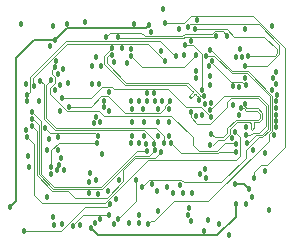
<source format=gbr>
G04 #@! TF.GenerationSoftware,KiCad,Pcbnew,5.0.2+dfsg1-1~bpo9+1*
G04 #@! TF.CreationDate,2019-10-30T13:33:32+01:00*
G04 #@! TF.ProjectId,zglue-jade-adapter,7a676c75-652d-46a6-9164-652d61646170,rev?*
G04 #@! TF.SameCoordinates,Original*
G04 #@! TF.FileFunction,Copper,L4,Inr*
G04 #@! TF.FilePolarity,Positive*
%FSLAX46Y46*%
G04 Gerber Fmt 4.6, Leading zero omitted, Abs format (unit mm)*
G04 Created by KiCad (PCBNEW 5.0.2+dfsg1-1~bpo9+1) date Wed 30 Oct 2019 01:33:32 PM CET*
%MOMM*%
%LPD*%
G01*
G04 APERTURE LIST*
G04 #@! TA.AperFunction,ViaPad*
%ADD10C,0.457000*%
G04 #@! TD*
G04 #@! TA.AperFunction,Conductor*
%ADD11C,0.200000*%
G04 #@! TD*
G04 #@! TA.AperFunction,Conductor*
%ADD12C,0.150000*%
G04 #@! TD*
G04 #@! TA.AperFunction,Conductor*
%ADD13C,0.100000*%
G04 #@! TD*
G04 #@! TA.AperFunction,Conductor*
%ADD14C,0.110000*%
G04 #@! TD*
G04 APERTURE END LIST*
D10*
G04 #@! TO.N,GND*
G04 #@! TO.C,U1*
X13100000Y-11150000D03*
X11900000Y-11150000D03*
X13100000Y-10000000D03*
X11900000Y-10000000D03*
X13100000Y-8850000D03*
X11850000Y-8850000D03*
X14050000Y-11150000D03*
X10950000Y-11150000D03*
X10950000Y-10000000D03*
X14050000Y-10000000D03*
X14050000Y-8850000D03*
X10950000Y-8850000D03*
G04 #@! TD*
G04 #@! TO.N,GND*
X9785755Y-14851245D03*
X22511000Y-17401000D03*
X19432000Y-8504000D03*
X17461963Y-5251963D03*
X1965000Y-10645000D03*
X2055000Y-8235000D03*
X8912225Y-15777715D03*
X4675000Y-12325000D03*
X4891500Y-12985000D03*
X4802104Y-9024614D03*
X3885000Y-11455000D03*
X7545000Y-5265000D03*
X5539679Y-6690321D03*
X4625000Y-11238500D03*
X13135000Y-17478500D03*
X11523001Y-17811500D03*
X7359722Y-14265000D03*
X7306618Y-15073505D03*
X3735000Y-16315000D03*
X17212360Y-14742360D03*
X20005000Y-6995000D03*
X19395245Y-11305245D03*
X19146499Y-19583501D03*
X10675000Y-18548510D03*
X23184563Y-7692502D03*
X22960000Y-11042569D03*
G04 #@! TO.N,/CSI_D2_IN_P*
X14405000Y-15990000D03*
X7501500Y-6782000D03*
G04 #@! TO.N,/CSI_D2_IN_N*
X13905573Y-15485783D03*
X8108500Y-6782000D03*
G04 #@! TO.N,/3V3_SYS*
X18275000Y-18645000D03*
X4385000Y-3035000D03*
X565000Y-17195000D03*
X12355000Y-1775000D03*
X14203500Y-11745000D03*
X19700318Y-12489682D03*
X20608510Y-16938500D03*
G04 #@! TO.N,/2V5*
X19965612Y-9351500D03*
X15967530Y-15952530D03*
G04 #@! TO.N,/1V8*
X11485000Y-18565000D03*
X15693058Y-17871196D03*
G04 #@! TO.N,/LED3_ISINK*
X13371026Y-12478965D03*
X2441000Y-10334000D03*
G04 #@! TO.N,/LED1_ISINK*
X12175000Y-12388000D03*
X2462000Y-9130000D03*
G04 #@! TO.N,/TMS*
X12766000Y-11855000D03*
X3104500Y-6465000D03*
G04 #@! TO.N,/VSENSE*
X12119000Y-11804000D03*
X15935000Y-18345000D03*
G04 #@! TO.N,/1V8_SYS*
X19675000Y-15245000D03*
X2162000Y-13752000D03*
X15737470Y-17257470D03*
X20815000Y-15685000D03*
X14943233Y-2116399D03*
G04 #@! TO.N,/LED2_ISINK*
X12827000Y-12384000D03*
X2448000Y-9761000D03*
G04 #@! TO.N,/EXTCLK_EN*
X10872000Y-11784000D03*
X6485000Y-18695000D03*
G04 #@! TO.N,/TDO*
X13608842Y-11720383D03*
X4031500Y-6445000D03*
G04 #@! TO.N,/3V3*
X19699963Y-16938500D03*
X7281762Y-15987510D03*
X7465000Y-18991490D03*
G04 #@! TO.N,/TDI*
X4399504Y-5352327D03*
X19725000Y-11845000D03*
G04 #@! TO.N,/PC_RDY*
X7901733Y-14901546D03*
X8995000Y-17811500D03*
X5884963Y-18764963D03*
G04 #@! TO.N,/TCK*
X1934500Y-6726000D03*
X14125000Y-8195000D03*
X5550355Y-8678500D03*
G04 #@! TO.N,/EXT_CLK*
X8341500Y-12660000D03*
X4265000Y-18005000D03*
G04 #@! TO.N,/I2C_0_SCL*
X19630000Y-10790000D03*
X1996000Y-11229000D03*
G04 #@! TO.N,/ZIP_EN_L*
X7950000Y-11738000D03*
X4097500Y-13775000D03*
G04 #@! TO.N,/PWR_BTN*
X8033000Y-11170500D03*
X3579500Y-10455000D03*
G04 #@! TO.N,/I2C_0_SDA*
X4995501Y-7971499D03*
X17588206Y-9544113D03*
G04 #@! TO.N,/CSI_D1_IN_N*
X4390393Y-7229607D03*
X15219500Y-16021314D03*
G04 #@! TO.N,/CSI_D1_IN_P*
X4819607Y-6800393D03*
X15020000Y-15315000D03*
G04 #@! TO.N,/CSI_CLK_IN_P*
X5064455Y-5495545D03*
X13080000Y-15815000D03*
G04 #@! TO.N,/CSI_CLK_IN_N*
X4675545Y-5884455D03*
X12580405Y-15224884D03*
G04 #@! TO.N,/CSI_CLK_OUT_N*
X17068822Y-13971178D03*
X20263878Y-4499548D03*
G04 #@! TO.N,/CTRL_SO*
X16305000Y-5625000D03*
X20555000Y-10435000D03*
G04 #@! TO.N,/CTRL_SI*
X17065000Y-8429000D03*
X20085000Y-3795000D03*
G04 #@! TO.N,/CTRL_SCK*
X15916314Y-9136860D03*
X20608500Y-11115000D03*
G04 #@! TO.N,/CSI_CLK_OUT_P*
X19706878Y-4499548D03*
X16674970Y-14365030D03*
G04 #@! TO.N,/ULPM_WAKE*
X10875000Y-8220000D03*
X4477000Y-4826000D03*
G04 #@! TO.N,/2V5_SYS*
X17005000Y-19205000D03*
G04 #@! TO.N,/USB_D_N*
X17000480Y-7744122D03*
X5206441Y-14005583D03*
X9241847Y-4303213D03*
G04 #@! TO.N,/USB_D_P*
X4777227Y-13576369D03*
X16574544Y-8152342D03*
X9241847Y-3746213D03*
G04 #@! TO.N,/DBG_TX*
X13678500Y-4815000D03*
X2641510Y-6908000D03*
G04 #@! TO.N,/PROC_SCK*
X20475000Y-6215000D03*
X8269249Y-5265001D03*
X8725000Y-2755000D03*
X18985000Y-2665000D03*
G04 #@! TO.N,/PROC_SI*
X20779517Y-4368618D03*
X13475000Y-8200000D03*
X16275000Y-2085000D03*
G04 #@! TO.N,/PROC_OUT_0*
X10095499Y-3744500D03*
G04 #@! TO.N,/PROC_OUT_1*
X10500000Y-4980000D03*
G04 #@! TO.N,/PROC_OUT_2*
X10805000Y-3815000D03*
G04 #@! TO.N,/USB_DET*
X3744000Y-12385000D03*
X5005000Y-18628500D03*
X8245000Y-18195000D03*
X16881205Y-9418855D03*
G04 #@! TO.N,/CTRL_SS*
X17563554Y-8953554D03*
X20700037Y-11770037D03*
G04 #@! TO.N,/PIO1*
X6943000Y-1528500D03*
X4228000Y-1823000D03*
G04 #@! TO.N,/DONE*
X10805000Y-4415000D03*
X21200000Y-12311000D03*
X16356465Y-4303595D03*
G04 #@! TO.N,/DBG_RX*
X14605900Y-4415000D03*
X2013526Y-7676492D03*
G04 #@! TO.N,/PIO2*
X12175000Y-8210000D03*
X5399359Y-1646490D03*
G04 #@! TO.N,/PROC_SS*
X20535000Y-6875000D03*
X9705000Y-2789500D03*
X17699485Y-4775928D03*
X18065000Y-2711500D03*
G04 #@! TO.N,/PROC_RST*
X7855000Y-4488213D03*
X9375000Y-4915000D03*
G04 #@! TO.N,/PROC_SO*
X20455000Y-5255000D03*
X12850000Y-8225000D03*
X15648493Y-1911568D03*
G04 #@! TO.N,/VUSB*
X4566442Y-14064832D03*
X4097500Y-14415000D03*
G04 #@! TO.N,/1V2_SYS*
X2115000Y-12865000D03*
G04 #@! TO.N,/E_PROC_RST*
X3946159Y-3521500D03*
G04 #@! TO.N,/E_PROC_SI*
X23102225Y-5725865D03*
G04 #@! TO.N,/E_PROC_SO*
X22840000Y-6263000D03*
G04 #@! TO.N,/E_PROC_SCK*
X23126000Y-6774000D03*
G04 #@! TO.N,/E_PROC_SS*
X22816000Y-7242000D03*
G04 #@! TO.N,/CTRL_RST_FLASH_SOC_CS*
X8521570Y-8710630D03*
X23123521Y-8221000D03*
G04 #@! TO.N,/E_CTRL_SI*
X23123521Y-8774000D03*
G04 #@! TO.N,/E_CTRL_SO*
X23123521Y-9340000D03*
G04 #@! TO.N,/E_CTRL_SCK*
X23154100Y-9871132D03*
G04 #@! TO.N,/E_CTRL_SS*
X23123521Y-10430000D03*
G04 #@! TO.N,/PIO8*
X12825000Y-7525000D03*
X13511401Y-378500D03*
G04 #@! TO.N,/PIO7*
X13355000Y-3945000D03*
X12555000Y-2315000D03*
G04 #@! TO.N,/PIO6*
X12175000Y-7525000D03*
X11091000Y-1646490D03*
G04 #@! TO.N,/VX*
X9535000Y-16505000D03*
X9405030Y-18595030D03*
G04 #@! TO.N,/AMUX*
X4330318Y-18709682D03*
X8013629Y-16046111D03*
G04 #@! TO.N,/DMUX*
X11506000Y-11794000D03*
X7825000Y-18555000D03*
G04 #@! TO.N,/FLASH_CLK*
X8937000Y-7428500D03*
G04 #@! TO.N,/FLASH_CS*
X8958786Y-9064130D03*
X22163500Y-14155000D03*
X22198000Y-12620000D03*
G04 #@! TO.N,/FLASH_IO0*
X8576782Y-8181500D03*
G04 #@! TO.N,/FLASH_IO1*
X8242231Y-9945200D03*
G04 #@! TO.N,/FLASH_IO2*
X7698646Y-10048945D03*
G04 #@! TO.N,/FLASH_IO3*
X7885255Y-9550745D03*
G04 #@! TO.N,/BOOST_OUT*
X9045000Y-16955000D03*
X1745000Y-19235000D03*
G04 #@! TO.N,Net-(TP34-Pad1)*
X17485000Y-6055000D03*
X15905000Y-3125000D03*
X22755000Y-1815000D03*
X16361490Y-6238000D03*
G04 #@! TO.N,Net-(TP35-Pad1)*
X15358500Y-4295000D03*
X20530000Y-2090000D03*
G04 #@! TO.N,/C_CSI_D1_OUT_N*
X17545000Y-11955000D03*
X19475000Y-6945000D03*
X20512414Y-8423473D03*
G04 #@! TO.N,/C_CSI_D1_OUT_P*
X17625000Y-10965000D03*
X17525000Y-6875000D03*
X20118554Y-8817333D03*
G04 #@! TO.N,/LP_CSI_D1_OUT_P*
X17175037Y-4355037D03*
X11808500Y-15447000D03*
G04 #@! TO.N,/LP_CSI_D1_OUT_N*
X17505000Y-3845000D03*
X12285000Y-18586500D03*
G04 #@! TO.N,/CSI_INT*
X11288648Y-14916634D03*
X3079500Y-8214122D03*
X9758530Y-18165001D03*
G04 #@! TO.N,/PROC_INT*
X17364218Y-18303646D03*
X21075000Y-16335000D03*
G04 #@! TO.N,/PIO14*
X16815000Y-7225000D03*
X16334908Y-9465213D03*
X15435000Y-3425000D03*
X16414748Y-1349576D03*
G04 #@! TO.N,/PIO13*
X17630000Y-8370000D03*
X13746367Y-1574040D03*
X21235000Y-14695000D03*
G04 #@! TO.N,/PIO0*
X11475000Y-8215000D03*
X1505000Y-1675000D03*
G04 #@! TD*
D11*
G04 #@! TO.N,/3V3_SYS*
X1065000Y-16695000D02*
X565000Y-17195000D01*
X1065000Y-13645000D02*
X1065000Y-16695000D01*
X1065000Y-13645000D02*
X1065000Y-13902000D01*
X1065000Y-4595000D02*
X1065000Y-13645000D01*
X2625000Y-3035000D02*
X1065000Y-4595000D01*
X4385000Y-3035000D02*
X2625000Y-3035000D01*
D12*
X12345000Y-1825000D02*
X12475000Y-1825000D01*
X12145000Y-2025000D02*
X12345000Y-1825000D01*
X4385000Y-3035000D02*
X5395000Y-2025000D01*
X5395000Y-2025000D02*
X12145000Y-2025000D01*
D13*
X15078511Y-12620011D02*
X18174344Y-12620011D01*
X18174344Y-12620011D02*
X18304673Y-12489682D01*
X14203500Y-11745000D02*
X15078511Y-12620011D01*
X19377171Y-12489682D02*
X19700318Y-12489682D01*
X18304673Y-12489682D02*
X19377171Y-12489682D01*
G04 #@! TO.N,/LED3_ISINK*
X2859000Y-11001000D02*
X2859000Y-10752000D01*
X2859000Y-11001000D02*
X2859000Y-10936000D01*
X2859000Y-10752000D02*
X2441000Y-10334000D01*
X2859000Y-14488002D02*
X2859000Y-11001000D01*
X4180018Y-15809020D02*
X2859000Y-14488002D01*
X11215501Y-13036499D02*
X11215501Y-13036505D01*
X12852981Y-12997010D02*
X11254996Y-12997010D01*
X11254996Y-12997010D02*
X11215501Y-13036499D01*
X5506020Y-15809020D02*
X4180018Y-15809020D01*
X13371026Y-12478965D02*
X12852981Y-12997010D01*
X11215501Y-13036505D02*
X10196000Y-14056006D01*
X6113000Y-16416000D02*
X5506020Y-15809020D01*
X10196000Y-14056006D02*
X10196000Y-15006182D01*
X10196000Y-15006182D02*
X8786182Y-16416000D01*
X8786182Y-16416000D02*
X6113000Y-16416000D01*
G04 #@! TO.N,/LED1_ISINK*
X12175000Y-12388000D02*
X11369000Y-12388000D01*
X3226000Y-14360000D02*
X3226000Y-10163000D01*
X11369000Y-12388000D02*
X8298000Y-15459000D01*
X8298000Y-15459000D02*
X4325000Y-15459000D01*
X4325000Y-15459000D02*
X3226000Y-14360000D01*
X3226000Y-10163000D02*
X3226000Y-9879000D01*
X2477000Y-9130000D02*
X2462000Y-9130000D01*
X3226000Y-9879000D02*
X2477000Y-9130000D01*
G04 #@! TO.N,/TMS*
X12766000Y-11492818D02*
X11960182Y-10687000D01*
X12766000Y-11855000D02*
X12766000Y-11492818D01*
X11960182Y-10687000D02*
X4435000Y-10687000D01*
X4435000Y-10687000D02*
X3433000Y-9685000D01*
X3433000Y-8039000D02*
X3433000Y-7791000D01*
X3433000Y-9685000D02*
X3433000Y-8039000D01*
X3433000Y-7791000D02*
X3433000Y-7343000D01*
X3433000Y-7343000D02*
X3433000Y-6733000D01*
X3165000Y-6465000D02*
X3104500Y-6465000D01*
X3433000Y-6733000D02*
X3165000Y-6465000D01*
D12*
G04 #@! TO.N,/1V8_SYS*
X19675000Y-15245000D02*
X20375000Y-15245000D01*
X20375000Y-15245000D02*
X20815000Y-15685000D01*
D13*
G04 #@! TO.N,/LED2_ISINK*
X3034000Y-10257000D02*
X2538000Y-9761000D01*
X3034000Y-14415501D02*
X3034000Y-10257000D01*
X12827000Y-12384000D02*
X12389000Y-12822000D01*
X2538000Y-9761000D02*
X2448000Y-9761000D01*
X12389000Y-12822000D02*
X11182500Y-12822000D01*
X11182500Y-12822000D02*
X8370491Y-15634010D01*
X4252509Y-15634010D02*
X3034000Y-14415501D01*
X8370491Y-15634010D02*
X4252509Y-15634010D01*
G04 #@! TO.N,/TDO*
X13608842Y-11135660D02*
X12962182Y-10489000D01*
X13608842Y-11720383D02*
X13608842Y-11135660D01*
X12962182Y-10489000D02*
X5056000Y-10489000D01*
X5056000Y-10489000D02*
X4500000Y-10489000D01*
X4500000Y-10489000D02*
X3608010Y-9597010D01*
X3608010Y-9597010D02*
X3608010Y-7930000D01*
X3608010Y-7930000D02*
X3608010Y-7646990D01*
X3951020Y-6445000D02*
X4031500Y-6445000D01*
X3608010Y-7095000D02*
X3608010Y-6868490D01*
X3608010Y-7646990D02*
X3608010Y-7095000D01*
X3608010Y-6868490D02*
X4031500Y-6445000D01*
D12*
G04 #@! TO.N,/3V3*
X7693499Y-19219989D02*
X7465000Y-18991490D01*
X8057011Y-19583501D02*
X7693499Y-19219989D01*
X19699963Y-18030037D02*
X18146499Y-19583501D01*
X19699963Y-16938500D02*
X19699963Y-18030037D01*
X18146499Y-19583501D02*
X8057011Y-19583501D01*
D13*
G04 #@! TO.N,/TDI*
X4305000Y-5446831D02*
X4399504Y-5352327D01*
X19130000Y-11740000D02*
X18806853Y-11740000D01*
X18806853Y-11740000D02*
X19295000Y-11740000D01*
X19295000Y-11740000D02*
X19349068Y-11740000D01*
X4171005Y-5901005D02*
X4171005Y-5580826D01*
X3971010Y-7108990D02*
X4415000Y-6665000D01*
X3971010Y-7611010D02*
X3971010Y-7108990D01*
X4171005Y-5580826D02*
X4399504Y-5352327D01*
X5405000Y-9045000D02*
X3971010Y-7611010D01*
X4415000Y-6665000D02*
X4415000Y-6145000D01*
X14234000Y-9454000D02*
X8559192Y-9454000D01*
X8150192Y-9045000D02*
X5405000Y-9045000D01*
X18101853Y-12445000D02*
X16615000Y-12445000D01*
X4415000Y-6145000D02*
X4171005Y-5901005D01*
X8559192Y-9454000D02*
X8150192Y-9045000D01*
X16051501Y-11271501D02*
X14234000Y-9454000D01*
X16615000Y-12445000D02*
X16051501Y-11881501D01*
X18806853Y-11740000D02*
X18101853Y-12445000D01*
X16051501Y-11881501D02*
X16051501Y-11271501D01*
X19647001Y-11735000D02*
X19717001Y-11805000D01*
X19300000Y-11735000D02*
X19647001Y-11735000D01*
X19295000Y-11740000D02*
X19300000Y-11735000D01*
G04 #@! TO.N,/PC_RDY*
X8995000Y-17811500D02*
X6778500Y-17811500D01*
X5884963Y-18705037D02*
X5884963Y-18764963D01*
X6778500Y-17811500D02*
X5884963Y-18705037D01*
G04 #@! TO.N,/TCK*
X13696499Y-8623501D02*
X13896501Y-8423499D01*
X13269681Y-9203501D02*
X13696499Y-8776683D01*
X10323501Y-9203501D02*
X13269681Y-9203501D01*
X13696499Y-8776683D02*
X13696499Y-8623501D01*
X8915000Y-7795000D02*
X10323501Y-9203501D01*
X5550355Y-8678500D02*
X5556855Y-8685000D01*
X5556855Y-8685000D02*
X7445000Y-8685000D01*
X13896501Y-8423499D02*
X14125000Y-8195000D01*
X8335000Y-7795000D02*
X8915000Y-7795000D01*
X7445000Y-8685000D02*
X8335000Y-7795000D01*
G04 #@! TO.N,/I2C_0_SCL*
X2612000Y-11845000D02*
X1996000Y-11229000D01*
X2612000Y-16152000D02*
X2612000Y-11845000D01*
X3273000Y-16813000D02*
X2612000Y-16152000D01*
X8636670Y-16813000D02*
X3273000Y-16813000D01*
X12244670Y-13205000D02*
X8636670Y-16813000D01*
X19630000Y-10790000D02*
X20105000Y-11265000D01*
X20105000Y-11265000D02*
X20105000Y-12855000D01*
X20105000Y-12855000D02*
X19755000Y-13205000D01*
X19755000Y-13205000D02*
X12244670Y-13205000D01*
G04 #@! TO.N,/ZIP_EN_L*
X4097501Y-12379317D02*
X4097501Y-13672499D01*
X4738818Y-11738000D02*
X4097501Y-12379317D01*
X7950000Y-11738000D02*
X4738818Y-11738000D01*
X4097500Y-13672500D02*
X4097500Y-13775000D01*
X4097501Y-13672499D02*
X4097500Y-13672500D01*
G04 #@! TO.N,/PWR_BTN*
X4009500Y-10885000D02*
X3579500Y-10455000D01*
X7747500Y-10885000D02*
X4009500Y-10885000D01*
X8033000Y-11170500D02*
X7747500Y-10885000D01*
G04 #@! TO.N,/I2C_0_SDA*
X14535000Y-7745000D02*
X14665000Y-7875000D01*
X16789093Y-8745000D02*
X17588206Y-9544113D01*
X15535000Y-8745000D02*
X16789093Y-8745000D01*
X14665000Y-7875000D02*
X15535000Y-8745000D01*
X13955000Y-7165000D02*
X14665000Y-7875000D01*
X9376682Y-7165000D02*
X13955000Y-7165000D01*
X9375841Y-7165841D02*
X9376682Y-7165000D01*
X9243009Y-7033009D02*
X9375841Y-7165841D01*
X4996000Y-7939000D02*
X7474682Y-7939000D01*
X7474682Y-7939000D02*
X8380673Y-7033009D01*
X8380673Y-7033009D02*
X9243009Y-7033009D01*
G04 #@! TO.N,/CTRL_SCK*
X21605000Y-7965000D02*
X22235000Y-8595000D01*
X19282500Y-7965000D02*
X21605000Y-7965000D01*
X18945000Y-8302500D02*
X19282500Y-7965000D01*
X17540501Y-10115000D02*
X18945000Y-8710501D01*
X16461513Y-10115000D02*
X17540501Y-10115000D01*
X18945000Y-8710501D02*
X18945000Y-8302500D01*
X15916314Y-9136860D02*
X15916314Y-9569801D01*
X15916314Y-9569801D02*
X16461513Y-10115000D01*
X22235000Y-10145000D02*
X22235000Y-10285000D01*
X22235000Y-8595000D02*
X22235000Y-10145000D01*
X22235000Y-10345000D02*
X22235000Y-10145000D01*
X20608500Y-11115000D02*
X20931647Y-11115000D01*
X20931647Y-11115000D02*
X21171647Y-10875000D01*
X21171647Y-10875000D02*
X21705000Y-10875000D01*
X21705000Y-10875000D02*
X22235000Y-10345000D01*
D14*
G04 #@! TO.N,/USB_D_N*
X17000480Y-7744122D02*
X16719759Y-7744122D01*
X8981832Y-4303213D02*
X8773000Y-4512045D01*
X9241847Y-4303213D02*
X8981832Y-4303213D01*
X8773000Y-4512045D02*
X8773000Y-4972506D01*
X8773000Y-4972506D02*
X10443494Y-6643000D01*
X10443494Y-6643000D02*
X15621915Y-6643000D01*
X15621915Y-6643000D02*
X16723037Y-7744122D01*
X16723037Y-7744122D02*
X17000480Y-7744122D01*
G04 #@! TO.N,/USB_D_P*
X16571266Y-8149064D02*
X16574544Y-8152342D01*
X8563000Y-5059494D02*
X8563000Y-4425060D01*
X16025802Y-7343873D02*
X15534929Y-6853000D01*
X16041159Y-7363131D02*
X16025802Y-7343873D01*
X16057327Y-7433970D02*
X16057327Y-7409338D01*
X16051847Y-7457985D02*
X16057327Y-7433970D01*
X16025802Y-7499436D02*
X16041158Y-7480177D01*
X15781335Y-7759309D02*
X15792022Y-7737115D01*
X15792023Y-7854163D02*
X15781334Y-7831969D01*
X15534929Y-6853000D02*
X10356506Y-6853000D01*
X15775854Y-7807956D02*
X15775854Y-7783324D01*
X8563000Y-4425060D02*
X9241847Y-3746213D01*
X15775854Y-7783324D02*
X15781335Y-7759309D01*
X16271464Y-7623474D02*
X16246832Y-7623474D01*
X16574544Y-8152342D02*
X16574544Y-7892615D01*
X16041158Y-7480177D02*
X16051847Y-7457985D01*
X15792022Y-7737115D02*
X15807380Y-7717857D01*
X16222817Y-7628955D02*
X16200623Y-7639642D01*
X15807380Y-7873421D02*
X15792023Y-7854163D01*
X15807380Y-7717857D02*
X16025802Y-7499436D01*
X16181365Y-7655000D02*
X15962944Y-7873422D01*
X16574544Y-7892615D02*
X16336929Y-7655000D01*
X16336929Y-7655000D02*
X16317671Y-7639643D01*
X16317671Y-7639643D02*
X16295477Y-7628954D01*
X15962944Y-7873422D02*
X15943685Y-7888778D01*
X15943685Y-7888778D02*
X15921493Y-7899467D01*
X15921493Y-7899467D02*
X15897478Y-7904947D01*
X16246832Y-7623474D02*
X16222817Y-7628955D01*
X15897478Y-7904947D02*
X15872846Y-7904947D01*
X15872846Y-7904947D02*
X15848831Y-7899466D01*
X16057327Y-7409338D02*
X16051846Y-7385323D01*
X15848831Y-7899466D02*
X15826639Y-7888779D01*
X16051846Y-7385323D02*
X16041159Y-7363131D01*
X16295477Y-7628954D02*
X16271464Y-7623474D01*
X15826639Y-7888779D02*
X15807380Y-7873421D01*
X10356506Y-6853000D02*
X8563000Y-5059494D01*
X16200623Y-7639642D02*
X16181365Y-7655000D01*
X15781334Y-7831969D02*
X15775854Y-7807956D01*
D13*
G04 #@! TO.N,/DBG_TX*
X2565000Y-6831490D02*
X2641510Y-6908000D01*
X13678500Y-4815000D02*
X12254500Y-3391000D01*
X12254500Y-3391000D02*
X5388818Y-3391000D01*
X5388818Y-3391000D02*
X2565000Y-6214818D01*
X2565000Y-6214818D02*
X2565000Y-6831490D01*
G04 #@! TO.N,/PROC_SCK*
X11717490Y-2435999D02*
X11915000Y-2633509D01*
X9044001Y-2435999D02*
X11717490Y-2435999D01*
X8725000Y-2755000D02*
X9044001Y-2435999D01*
X15182510Y-2709990D02*
X15377500Y-2515000D01*
X11991481Y-2709990D02*
X15182510Y-2709990D01*
X11915000Y-2633509D02*
X11991481Y-2709990D01*
X15377500Y-2515000D02*
X17725000Y-2515000D01*
X18615000Y-2295000D02*
X18985000Y-2665000D01*
X17945000Y-2295000D02*
X18615000Y-2295000D01*
X17725000Y-2515000D02*
X17945000Y-2295000D01*
G04 #@! TO.N,/PROC_SI*
X23213259Y-4174681D02*
X23019322Y-4368618D01*
X23019322Y-4368618D02*
X21102664Y-4368618D01*
X22122940Y-2745000D02*
X23213259Y-3835319D01*
X21102664Y-4368618D02*
X20779517Y-4368618D01*
X23213259Y-3835319D02*
X23213259Y-4174681D01*
X19595000Y-2745000D02*
X22122940Y-2745000D01*
X18935000Y-2085000D02*
X19595000Y-2745000D01*
X16275000Y-2085000D02*
X18935000Y-2085000D01*
G04 #@! TO.N,/CTRL_SS*
X22410011Y-8522509D02*
X22410011Y-10564985D01*
X18727119Y-7789989D02*
X21677491Y-7789989D01*
X22410011Y-10564985D02*
X21895006Y-11079990D01*
X21895006Y-11079990D02*
X21390084Y-11079990D01*
X17563554Y-8953554D02*
X18727119Y-7789989D01*
X21677491Y-7789989D02*
X22410011Y-8522509D01*
X20928536Y-11541538D02*
X20700037Y-11770037D01*
X21390084Y-11079990D02*
X20928536Y-11541538D01*
G04 #@! TO.N,/DONE*
X10805000Y-4415000D02*
X11734000Y-5344000D01*
X16127966Y-4532094D02*
X16356465Y-4303595D01*
X15316060Y-5344000D02*
X16127966Y-4532094D01*
X11734000Y-5344000D02*
X15316060Y-5344000D01*
G04 #@! TO.N,/DBG_RX*
X2013526Y-7676492D02*
X2288000Y-7402018D01*
X2288000Y-6188000D02*
X5333000Y-3143000D01*
X13333900Y-3143000D02*
X14377401Y-4186501D01*
X2288000Y-7402018D02*
X2288000Y-6188000D01*
X14377401Y-4186501D02*
X14605900Y-4415000D01*
X5333000Y-3143000D02*
X13333900Y-3143000D01*
G04 #@! TO.N,/PROC_SS*
X20306501Y-6646501D02*
X20535000Y-6875000D01*
X20251499Y-6591499D02*
X20306501Y-6646501D01*
X19324681Y-6591499D02*
X17685000Y-4951818D01*
X20251499Y-6591499D02*
X19324681Y-6591499D01*
X17685000Y-4790413D02*
X17699485Y-4775928D01*
X17685000Y-4951818D02*
X17685000Y-4790413D01*
X15368501Y-2771499D02*
X17881499Y-2771499D01*
X15255000Y-2885000D02*
X15368501Y-2771499D01*
X9800500Y-2885000D02*
X15255000Y-2885000D01*
X9705000Y-2789500D02*
X9800500Y-2885000D01*
G04 #@! TO.N,/PROC_SO*
X22380441Y-5255000D02*
X23388269Y-4247172D01*
X23388269Y-4247172D02*
X23388269Y-3428269D01*
X15856985Y-1703076D02*
X15648493Y-1911568D01*
X21663076Y-1703076D02*
X15856985Y-1703076D01*
X23388269Y-3428269D02*
X21663076Y-1703076D01*
X20455000Y-5255000D02*
X22380441Y-5255000D01*
G04 #@! TO.N,/BOOST_OUT*
X8816501Y-17183499D02*
X6966501Y-17183499D01*
X9045000Y-16955000D02*
X8816501Y-17183499D01*
X4915000Y-19235000D02*
X1745000Y-19235000D01*
X6966501Y-17183499D02*
X4915000Y-19235000D01*
D14*
G04 #@! TO.N,/C_CSI_D1_OUT_N*
X20512414Y-8668840D02*
X20512414Y-8423473D01*
X20643574Y-8800000D02*
X20512414Y-8668840D01*
X21950000Y-9171506D02*
X21578494Y-8800000D01*
X21693494Y-9995000D02*
X21950000Y-9738494D01*
X21222378Y-10065764D02*
X21237271Y-10042063D01*
X21335000Y-9995000D02*
X21693494Y-9995000D01*
X21213134Y-10092184D02*
X21222378Y-10065764D01*
X21307184Y-9998134D02*
X21335000Y-9995000D01*
X21210000Y-10120000D02*
X21213134Y-10092184D01*
X21197621Y-10542781D02*
X21206865Y-10516361D01*
X21182728Y-10566482D02*
X21197621Y-10542781D01*
X21162936Y-10586274D02*
X21182728Y-10566482D01*
X19210000Y-10583494D02*
X19798494Y-9995000D01*
X21578494Y-8800000D02*
X20643574Y-8800000D01*
X18732341Y-11461153D02*
X19210000Y-10983494D01*
X21280764Y-10007378D02*
X21307184Y-9998134D01*
X21210000Y-10488546D02*
X21210000Y-10120000D01*
X20963134Y-10516361D02*
X20972378Y-10542781D01*
X21257063Y-10022271D02*
X21280764Y-10007378D01*
X21206865Y-10516361D02*
X21210000Y-10488546D01*
X21085000Y-10613546D02*
X21112815Y-10610411D01*
X19798494Y-9995000D02*
X20835000Y-9995000D01*
X21112815Y-10610411D02*
X21139235Y-10601167D01*
X20862815Y-9998134D02*
X20889235Y-10007378D01*
X21007063Y-10586274D02*
X21030764Y-10601167D01*
X18242337Y-11461153D02*
X18732341Y-11461153D01*
X21139235Y-10601167D02*
X21162936Y-10586274D01*
X20912936Y-10022271D02*
X20932728Y-10042063D01*
X20987271Y-10566482D02*
X21007063Y-10586274D01*
X20889235Y-10007378D02*
X20912936Y-10022271D01*
X20932728Y-10042063D02*
X20947621Y-10065764D01*
X20947621Y-10065764D02*
X20956865Y-10092184D01*
X21057184Y-10610411D02*
X21085000Y-10613546D01*
X20956865Y-10092184D02*
X20960000Y-10120000D01*
X17755000Y-11948490D02*
X18242337Y-11461153D01*
X20960000Y-10120000D02*
X20960000Y-10488546D01*
X21950000Y-9738494D02*
X21950000Y-9171506D01*
X21237271Y-10042063D02*
X21257063Y-10022271D01*
X20960000Y-10488546D02*
X20963134Y-10516361D01*
X20972378Y-10542781D02*
X20987271Y-10566482D01*
X19210000Y-10983494D02*
X19210000Y-10583494D01*
X20835000Y-9995000D02*
X20862815Y-9998134D01*
X21030764Y-10601167D02*
X21057184Y-10610411D01*
G04 #@! TO.N,/C_CSI_D1_OUT_P*
X20363921Y-8817333D02*
X20118554Y-8817333D01*
X21740000Y-9651506D02*
X21740000Y-9258494D01*
X19000000Y-10496506D02*
X19711506Y-9785000D01*
X21491506Y-9010000D02*
X20556588Y-9010000D01*
X18645353Y-11251153D02*
X19000000Y-10896506D01*
X19711506Y-9785000D02*
X21606506Y-9785000D01*
X19000000Y-10896506D02*
X19000000Y-10496506D01*
X18242337Y-11251153D02*
X18645353Y-11251153D01*
X21606506Y-9785000D02*
X21740000Y-9651506D01*
X20556588Y-9010000D02*
X20363921Y-8817333D01*
X21740000Y-9258494D02*
X21491506Y-9010000D01*
D13*
X17911153Y-11251153D02*
X17625000Y-10965000D01*
X18242337Y-11251153D02*
X17911153Y-11251153D01*
G04 #@! TO.N,/LP_CSI_D1_OUT_P*
X20595000Y-12375000D02*
X20595000Y-12995000D01*
X19347640Y-5861499D02*
X20644681Y-5861499D01*
X20595000Y-12995000D02*
X18494139Y-15095861D01*
X21967498Y-11255000D02*
X21715000Y-11255000D01*
X15324043Y-15095861D02*
X15099565Y-14871383D01*
X15099565Y-14871383D02*
X12384117Y-14871383D01*
X12036999Y-15218501D02*
X11808500Y-15447000D01*
X22595000Y-10627498D02*
X21967498Y-11255000D01*
X22595000Y-7811818D02*
X22595000Y-10627498D01*
X17841178Y-4355037D02*
X19347640Y-5861499D01*
X21715000Y-11255000D02*
X20595000Y-12375000D01*
X17175037Y-4355037D02*
X17841178Y-4355037D01*
X12384117Y-14871383D02*
X12036999Y-15218501D01*
X20644681Y-5861499D02*
X22595000Y-7811818D01*
X18494139Y-15095861D02*
X15324043Y-15095861D01*
G04 #@! TO.N,/LP_CSI_D1_OUT_N*
X12513499Y-18358001D02*
X12285000Y-18586500D01*
X12778681Y-18358001D02*
X12513499Y-18358001D01*
X14481682Y-16655000D02*
X12778681Y-18358001D01*
X16605000Y-16655000D02*
X14481682Y-16655000D01*
X16605000Y-16655000D02*
X16525000Y-16655000D01*
X17379182Y-16655000D02*
X16605000Y-16655000D01*
X22480000Y-10990000D02*
X22480000Y-11554182D01*
X20717172Y-5686488D02*
X22770011Y-7739327D01*
X17578643Y-3845000D02*
X19420131Y-5686488D01*
X17505000Y-3845000D02*
X17578643Y-3845000D01*
X22770011Y-10699989D02*
X22480000Y-10990000D01*
X22480000Y-11554182D02*
X17379182Y-16655000D01*
X22770011Y-7739327D02*
X22770011Y-10699989D01*
X19420131Y-5686488D02*
X20717172Y-5686488D01*
G04 #@! TO.N,/CSI_INT*
X11288648Y-16634883D02*
X9758530Y-18165001D01*
X11288648Y-14916634D02*
X11288648Y-16634883D01*
G04 #@! TO.N,/PIO14*
X16074681Y-3478501D02*
X15488501Y-3478501D01*
X16815000Y-4218820D02*
X16074681Y-3478501D01*
X16815000Y-7225000D02*
X16815000Y-4218820D01*
X15488501Y-3478501D02*
X15435000Y-3425000D01*
G04 #@! TO.N,/PIO13*
X13746367Y-1574040D02*
X15305960Y-1574040D01*
X21203575Y-996075D02*
X23895000Y-3687500D01*
X15883925Y-996075D02*
X21203575Y-996075D01*
X15305960Y-1574040D02*
X15883925Y-996075D01*
X23895000Y-3687500D02*
X23895000Y-12105000D01*
X23895000Y-12105000D02*
X22365000Y-13635000D01*
X22365000Y-13635000D02*
X21805000Y-13635000D01*
X21805000Y-13635000D02*
X21265000Y-14175000D01*
X21265000Y-14665000D02*
X21235000Y-14695000D01*
X21265000Y-14175000D02*
X21265000Y-14665000D01*
G04 #@! TD*
M02*

</source>
